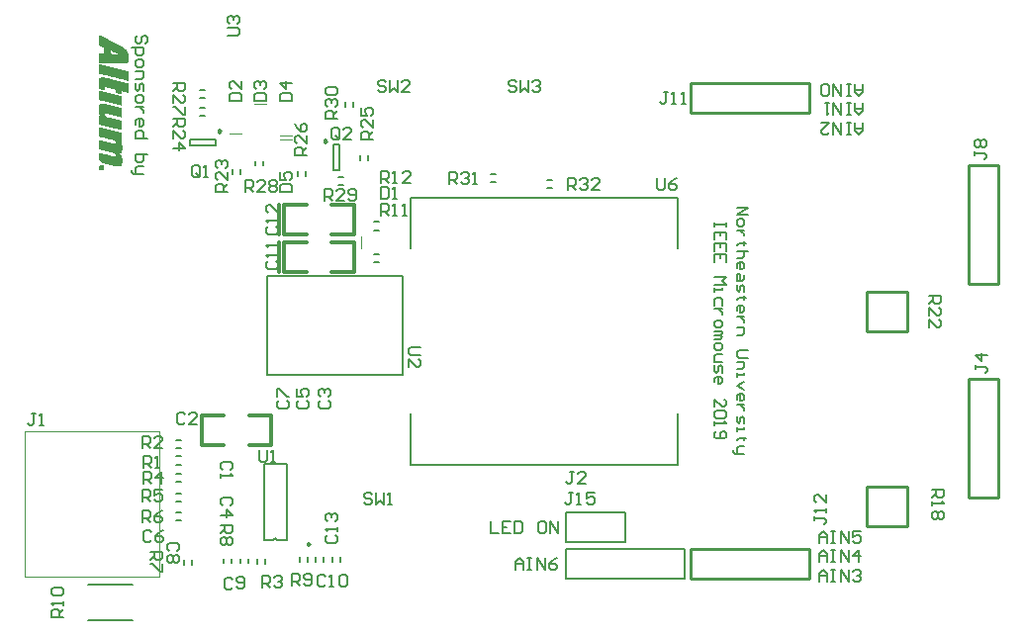
<source format=gto>
G04 Layer_Color=65535*
%FSLAX25Y25*%
%MOIN*%
G70*
G01*
G75*
%ADD25C,0.00787*%
%ADD44C,0.00984*%
%ADD45C,0.01000*%
%ADD46C,0.01200*%
%ADD47C,0.00394*%
%ADD48C,0.00300*%
%ADD49C,0.00700*%
%ADD50C,0.00060*%
%ADD51C,0.00675*%
D25*
X185116Y137031D02*
X184476Y137671D01*
X183837Y137031D01*
X172622Y129260D02*
Y130835D01*
X175378Y129260D02*
Y130835D01*
X198122Y129713D02*
Y131287D01*
X200878Y129713D02*
Y131287D01*
X206378Y129713D02*
Y131287D01*
X203622Y129713D02*
Y131287D01*
X282500Y146500D02*
X302500D01*
X282500Y136500D02*
Y146500D01*
Y136500D02*
X302500D01*
Y146500D01*
X322500Y124000D02*
Y134000D01*
X282500Y124000D02*
X322500D01*
X282500Y134000D02*
X322500D01*
X282500Y124000D02*
Y134000D01*
X155669Y270185D02*
X164331D01*
X155669Y272153D02*
X164331D01*
X155669Y270185D02*
Y272153D01*
X164331Y270185D02*
Y272153D01*
X205984Y261669D02*
Y270331D01*
X204016Y261669D02*
Y270331D01*
Y261669D02*
X205984D01*
X204016Y270331D02*
X205984D01*
X151213Y162555D02*
X152787D01*
X151213Y165311D02*
X152787D01*
X151213Y170878D02*
X152787D01*
X151213Y168122D02*
X152787D01*
X181012Y129213D02*
Y130787D01*
X178256Y129213D02*
Y130787D01*
X151213Y156622D02*
X152787D01*
X151213Y159378D02*
X152787D01*
X151213Y150122D02*
X152787D01*
X151213Y152878D02*
X152787D01*
X151213Y143622D02*
X152787D01*
X151213Y146378D02*
X152787D01*
X153575Y128715D02*
Y130290D01*
X156331Y128715D02*
Y130290D01*
X169878Y129260D02*
Y130835D01*
X167122Y129260D02*
Y130835D01*
X195378Y129713D02*
Y131287D01*
X192622Y129713D02*
Y131287D01*
X121520Y109898D02*
X136480D01*
X121520Y122102D02*
X136480D01*
X217713Y230622D02*
X219287D01*
X217713Y233378D02*
X219287D01*
X217713Y244260D02*
X219287D01*
X217713Y241504D02*
X219287D01*
X170122Y260500D02*
Y262075D01*
X172878Y260500D02*
Y262075D01*
X159213Y282878D02*
X160787D01*
X159213Y280122D02*
X160787D01*
X213122Y265213D02*
Y266787D01*
X215878Y265213D02*
Y266787D01*
X192122Y259713D02*
Y261287D01*
X194878Y259713D02*
Y261287D01*
X159213Y286122D02*
X160787D01*
X159213Y288878D02*
X160787D01*
X177617Y263260D02*
Y264835D01*
X180373Y263260D02*
Y264835D01*
X205713Y259378D02*
X207287D01*
X205713Y256622D02*
X207287D01*
X210878Y283213D02*
Y284787D01*
X208122Y283213D02*
Y284787D01*
X257213Y260378D02*
X258787D01*
X257213Y257622D02*
X258787D01*
X276213Y255622D02*
X277787D01*
X276213Y258378D02*
X277787D01*
X185116Y137031D02*
X188276D01*
X180677D02*
X183837D01*
X180677D02*
Y162622D01*
X188276D01*
Y137031D02*
Y162622D01*
X230000Y252500D02*
X320000D01*
X230000Y162500D02*
X320000D01*
X230000D02*
Y179626D01*
Y235374D02*
Y252500D01*
X320000Y235374D02*
Y252500D01*
Y162500D02*
Y179626D01*
D44*
X166004Y274909D02*
X165266Y275336D01*
Y274483D01*
X166004Y274909D01*
X201752Y271512D02*
X201014Y271938D01*
Y271086D01*
X201752Y271512D01*
D45*
X196009Y135716D02*
X195260Y136149D01*
Y135284D01*
X196009Y135716D01*
X397244Y141807D02*
Y155193D01*
X383858Y141807D02*
X397244D01*
X383858D02*
Y155193D01*
X397244D01*
X417906Y151547D02*
X427906D01*
Y191547D01*
X417906D02*
X427906D01*
X417906Y151547D02*
Y191547D01*
Y223500D02*
X427906D01*
Y263500D01*
X417906D02*
X427906D01*
X417906Y223500D02*
Y263500D01*
X324500Y280906D02*
X364500D01*
X324500D02*
Y290905D01*
X364500D01*
Y280906D02*
Y290905D01*
X324500Y134095D02*
X364500D01*
Y124094D02*
Y134095D01*
X324500Y124094D02*
X364500D01*
X324500D02*
Y134095D01*
X397244Y207307D02*
Y220693D01*
X383858Y207307D02*
X397244D01*
X383858D02*
Y220693D01*
X397244D01*
D46*
X159598Y179000D02*
X167098D01*
X159598Y169000D02*
X167098D01*
X175598D02*
X183098D01*
X175598Y179000D02*
X183098D01*
X159598Y169000D02*
Y179000D01*
X183098Y169000D02*
Y179000D01*
X187500Y237500D02*
X195000D01*
X187500Y227500D02*
X195000D01*
X203500D02*
X211000D01*
X203500Y237500D02*
X211000D01*
X187500Y227500D02*
Y237500D01*
X211000Y227500D02*
Y237500D01*
X185700Y227500D02*
Y237500D01*
X187500Y250059D02*
X195000D01*
X187500Y240059D02*
X195000D01*
X203500D02*
X211000D01*
X203500Y250059D02*
X211000D01*
X187500Y240059D02*
Y250059D01*
X211000Y240059D02*
Y250059D01*
X185700Y240059D02*
Y250059D01*
D47*
X213498Y235428D02*
Y239424D01*
X177428Y284014D02*
X181424D01*
X169076Y273998D02*
X173072D01*
X186076Y273498D02*
X190072D01*
X185928Y272002D02*
X189924D01*
D48*
X145354Y124657D02*
Y173870D01*
X100079Y124657D02*
X145354D01*
X100079D02*
Y173870D01*
X145354D01*
D49*
X181665Y226091D02*
X227335D01*
X181665Y192626D02*
Y226091D01*
Y192626D02*
X227335D01*
Y226091D01*
X367700Y136157D02*
Y138823D01*
X369033Y140156D01*
X370366Y138823D01*
Y136157D01*
Y138156D01*
X367700D01*
X371699Y140156D02*
X373032D01*
X372365D01*
Y136157D01*
X371699D01*
X373032D01*
X375031D02*
Y140156D01*
X377697Y136157D01*
Y140156D01*
X381696D02*
X379030D01*
Y138156D01*
X380363Y138823D01*
X381029D01*
X381696Y138156D01*
Y136823D01*
X381029Y136157D01*
X379696D01*
X379030Y136823D01*
X367700Y129678D02*
Y132344D01*
X369033Y133677D01*
X370366Y132344D01*
Y129678D01*
Y131678D01*
X367700D01*
X371699Y133677D02*
X373032D01*
X372365D01*
Y129678D01*
X371699D01*
X373032D01*
X375031D02*
Y133677D01*
X377697Y129678D01*
Y133677D01*
X381029Y129678D02*
Y133677D01*
X379030Y131678D01*
X381696D01*
X367700Y123200D02*
Y125866D01*
X369033Y127199D01*
X370366Y125866D01*
Y123200D01*
Y125199D01*
X367700D01*
X371699Y127199D02*
X373032D01*
X372365D01*
Y123200D01*
X371699D01*
X373032D01*
X375031D02*
Y127199D01*
X377697Y123200D01*
Y127199D01*
X379030Y126532D02*
X379696Y127199D01*
X381029D01*
X381696Y126532D01*
Y125866D01*
X381029Y125199D01*
X380363D01*
X381029D01*
X381696Y124533D01*
Y123866D01*
X381029Y123200D01*
X379696D01*
X379030Y123866D01*
X382300Y277843D02*
Y275177D01*
X380967Y273844D01*
X379634Y275177D01*
Y277843D01*
Y275844D01*
X382300D01*
X378301Y273844D02*
X376968D01*
X377635D01*
Y277843D01*
X378301D01*
X376968D01*
X374969D02*
Y273844D01*
X372303Y277843D01*
Y273844D01*
X368304Y277843D02*
X370970D01*
X368304Y275177D01*
Y274511D01*
X368971Y273844D01*
X370304D01*
X370970Y274511D01*
X382300Y284321D02*
Y281656D01*
X380967Y280323D01*
X379634Y281656D01*
Y284321D01*
Y282322D01*
X382300D01*
X378301Y280323D02*
X376968D01*
X377635D01*
Y284321D01*
X378301D01*
X376968D01*
X374969D02*
Y280323D01*
X372303Y284321D01*
Y280323D01*
X370970Y284321D02*
X369637D01*
X370304D01*
Y280323D01*
X370970Y280989D01*
X382300Y290800D02*
Y288134D01*
X380967Y286801D01*
X379634Y288134D01*
Y290800D01*
Y288801D01*
X382300D01*
X378301Y286801D02*
X376968D01*
X377635D01*
Y290800D01*
X378301D01*
X376968D01*
X374969D02*
Y286801D01*
X372303Y290800D01*
Y286801D01*
X370970Y287468D02*
X370304Y286801D01*
X368971D01*
X368304Y287468D01*
Y290134D01*
X368971Y290800D01*
X370304D01*
X370970Y290134D01*
Y287468D01*
X169332Y160834D02*
X169999Y161501D01*
Y162833D01*
X169332Y163500D01*
X166666D01*
X166000Y162833D01*
Y161501D01*
X166666Y160834D01*
X166000Y159501D02*
Y158168D01*
Y158835D01*
X169999D01*
X169332Y159501D01*
X154166Y179332D02*
X153499Y179999D01*
X152166D01*
X151500Y179332D01*
Y176666D01*
X152166Y176000D01*
X153499D01*
X154166Y176666D01*
X158165Y176000D02*
X155499D01*
X158165Y178666D01*
Y179332D01*
X157498Y179999D01*
X156165D01*
X155499Y179332D01*
X199664Y184016D02*
X199001Y183347D01*
X199007Y182014D01*
X199677Y181350D01*
X202343Y181363D01*
X203006Y182033D01*
X202999Y183365D01*
X202330Y184029D01*
X199658Y185349D02*
X198988Y186012D01*
X198982Y187345D01*
X199645Y188015D01*
X200312Y188018D01*
X200981Y187355D01*
X200984Y186688D01*
X200981Y187355D01*
X201644Y188024D01*
X202311Y188027D01*
X202981Y187364D01*
X202987Y186031D01*
X202324Y185362D01*
X169332Y148834D02*
X169999Y149501D01*
Y150833D01*
X169332Y151500D01*
X166666D01*
X166000Y150833D01*
Y149501D01*
X166666Y148834D01*
X166000Y145502D02*
X169999D01*
X167999Y147501D01*
Y144835D01*
X192522Y184032D02*
X191856Y183365D01*
Y182033D01*
X192522Y181366D01*
X195188D01*
X195854Y182033D01*
Y183365D01*
X195188Y184032D01*
X191856Y188031D02*
Y185365D01*
X193855D01*
X193189Y186698D01*
Y187364D01*
X193855Y188031D01*
X195188D01*
X195854Y187364D01*
Y186031D01*
X195188Y185365D01*
X142666Y139832D02*
X141999Y140499D01*
X140666D01*
X140000Y139832D01*
Y137167D01*
X140666Y136500D01*
X141999D01*
X142666Y137167D01*
X146665Y140499D02*
X145332Y139832D01*
X143999Y138499D01*
Y137167D01*
X144665Y136500D01*
X145998D01*
X146665Y137167D01*
Y137833D01*
X145998Y138499D01*
X143999D01*
X185690Y183973D02*
X185035Y183294D01*
X185059Y181962D01*
X185737Y181307D01*
X188402Y181354D01*
X189057Y182033D01*
X189033Y183365D01*
X188355Y184020D01*
X185000Y185293D02*
X184953Y187959D01*
X185619Y187971D01*
X188332Y185352D01*
X188998Y185364D01*
X151332Y133287D02*
X151999Y133953D01*
Y135286D01*
X151332Y135953D01*
X148667D01*
X148000Y135286D01*
Y133953D01*
X148667Y133287D01*
X151332Y131954D02*
X151999Y131288D01*
Y129955D01*
X151332Y129288D01*
X150666D01*
X149999Y129955D01*
X149333Y129288D01*
X148667D01*
X148000Y129955D01*
Y131288D01*
X148667Y131954D01*
X149333D01*
X149999Y131288D01*
X150666Y131954D01*
X151332D01*
X149999Y131288D02*
Y129955D01*
X169908Y123879D02*
X169236Y124540D01*
X167903Y124528D01*
X167242Y123856D01*
X167265Y121191D01*
X167937Y120530D01*
X169270Y120541D01*
X169931Y121213D01*
X171264Y121225D02*
X171936Y120564D01*
X173269Y120576D01*
X173930Y121248D01*
X173907Y123914D01*
X173234Y124574D01*
X171902Y124563D01*
X171241Y123891D01*
X171247Y123224D01*
X171919Y122564D01*
X173918Y122581D01*
X201375Y124832D02*
X200708Y125499D01*
X199375D01*
X198709Y124832D01*
Y122167D01*
X199375Y121500D01*
X200708D01*
X201375Y122167D01*
X202708Y121500D02*
X204041D01*
X203374D01*
Y125499D01*
X202708Y124832D01*
X206040D02*
X206706Y125499D01*
X208039D01*
X208706Y124832D01*
Y122167D01*
X208039Y121500D01*
X206706D01*
X206040Y122167D01*
Y124832D01*
X182168Y231166D02*
X181501Y230499D01*
Y229166D01*
X182168Y228500D01*
X184834D01*
X185500Y229166D01*
Y230499D01*
X184834Y231166D01*
X185500Y232499D02*
Y233832D01*
Y233165D01*
X181501D01*
X182168Y232499D01*
X185500Y235831D02*
Y237164D01*
Y236497D01*
X181501D01*
X182168Y235831D01*
Y242666D02*
X181501Y241999D01*
Y240666D01*
X182168Y240000D01*
X184834D01*
X185500Y240666D01*
Y241999D01*
X184834Y242666D01*
X185500Y243999D02*
Y245332D01*
Y244665D01*
X181501D01*
X182168Y243999D01*
X185500Y249997D02*
Y247331D01*
X182834Y249997D01*
X182168D01*
X181501Y249330D01*
Y247997D01*
X182168Y247331D01*
X202093Y138666D02*
X201427Y137999D01*
Y136667D01*
X202093Y136000D01*
X204759D01*
X205425Y136667D01*
Y137999D01*
X204759Y138666D01*
X205425Y139999D02*
Y141332D01*
Y140665D01*
X201427D01*
X202093Y139999D01*
Y143331D02*
X201427Y143997D01*
Y145330D01*
X202093Y145997D01*
X202759D01*
X203426Y145330D01*
Y144664D01*
Y145330D01*
X204092Y145997D01*
X204759D01*
X205425Y145330D01*
Y143997D01*
X204759Y143331D01*
X220000Y255999D02*
Y252000D01*
X221999D01*
X222666Y252666D01*
Y255332D01*
X221999Y255999D01*
X220000D01*
X223999Y252000D02*
X225332D01*
X224665D01*
Y255999D01*
X223999Y255332D01*
X169001Y285000D02*
X173000D01*
Y286999D01*
X172334Y287666D01*
X169668D01*
X169001Y286999D01*
Y285000D01*
X173000Y291665D02*
Y288999D01*
X170334Y291665D01*
X169668D01*
X169001Y290998D01*
Y289665D01*
X169668Y288999D01*
X177501Y285000D02*
X181500D01*
Y286999D01*
X180833Y287666D01*
X178168D01*
X177501Y286999D01*
Y285000D01*
X178168Y288999D02*
X177501Y289665D01*
Y290998D01*
X178168Y291665D01*
X178834D01*
X179501Y290998D01*
Y290332D01*
Y290998D01*
X180167Y291665D01*
X180833D01*
X181500Y290998D01*
Y289665D01*
X180833Y288999D01*
X186001Y285000D02*
X190000D01*
Y286999D01*
X189333Y287666D01*
X186668D01*
X186001Y286999D01*
Y285000D01*
X190000Y290998D02*
X186001D01*
X188001Y288999D01*
Y291665D01*
X185925Y254248D02*
X189924D01*
Y256247D01*
X189257Y256914D01*
X186591D01*
X185925Y256247D01*
Y254248D01*
Y260912D02*
Y258247D01*
X187924D01*
X187258Y259580D01*
Y260246D01*
X187924Y260912D01*
X189257D01*
X189924Y260246D01*
Y258913D01*
X189257Y258247D01*
X103666Y179719D02*
X102333D01*
X102999D01*
Y176387D01*
X102333Y175720D01*
X101666D01*
X101000Y176387D01*
X104999Y175720D02*
X106332D01*
X105665D01*
Y179719D01*
X104999Y179053D01*
X285166Y159999D02*
X283833D01*
X284499D01*
Y156667D01*
X283833Y156000D01*
X283166D01*
X282500Y156667D01*
X289164Y156000D02*
X286499D01*
X289164Y158666D01*
Y159332D01*
X288498Y159999D01*
X287165D01*
X286499Y159332D01*
X420501Y196166D02*
Y194833D01*
Y195499D01*
X423834D01*
X424500Y194833D01*
Y194167D01*
X423834Y193500D01*
X424500Y199498D02*
X420501D01*
X422501Y197499D01*
Y200165D01*
X420001Y268166D02*
Y266833D01*
Y267499D01*
X423334D01*
X424000Y266833D01*
Y266166D01*
X423334Y265500D01*
X420668Y269499D02*
X420001Y270165D01*
Y271498D01*
X420668Y272165D01*
X421334D01*
X422001Y271498D01*
X422667Y272165D01*
X423334D01*
X424000Y271498D01*
Y270165D01*
X423334Y269499D01*
X422667D01*
X422001Y270165D01*
X421334Y269499D01*
X420668D01*
X422001Y270165D02*
Y271498D01*
X159166Y260166D02*
Y262832D01*
X158499Y263499D01*
X157167D01*
X156500Y262832D01*
Y260166D01*
X157167Y259500D01*
X158499D01*
X157833Y260833D02*
X159166Y259500D01*
X158499D02*
X159166Y260166D01*
X160499Y259500D02*
X161832D01*
X161165D01*
Y263499D01*
X160499Y262832D01*
X206166Y272666D02*
Y275332D01*
X205499Y275999D01*
X204167D01*
X203500Y275332D01*
Y272666D01*
X204167Y272000D01*
X205499D01*
X204833Y273333D02*
X206166Y272000D01*
X205499D02*
X206166Y272666D01*
X210164Y272000D02*
X207499D01*
X210164Y274666D01*
Y275332D01*
X209498Y275999D01*
X208165D01*
X207499Y275332D01*
X140000Y161500D02*
Y165499D01*
X141999D01*
X142666Y164832D01*
Y163499D01*
X141999Y162833D01*
X140000D01*
X141333D02*
X142666Y161500D01*
X143999D02*
X145332D01*
X144665D01*
Y165499D01*
X143999Y164832D01*
X139713Y168000D02*
Y171999D01*
X141712D01*
X142378Y171332D01*
Y169999D01*
X141712Y169333D01*
X139713D01*
X141045D02*
X142378Y168000D01*
X146377D02*
X143711D01*
X146377Y170666D01*
Y171332D01*
X145711Y171999D01*
X144378D01*
X143711Y171332D01*
X179958Y121000D02*
Y124999D01*
X181957D01*
X182624Y124332D01*
Y122999D01*
X181957Y122333D01*
X179958D01*
X181291D02*
X182624Y121000D01*
X183957Y124332D02*
X184623Y124999D01*
X185956D01*
X186622Y124332D01*
Y123666D01*
X185956Y122999D01*
X185290D01*
X185956D01*
X186622Y122333D01*
Y121667D01*
X185956Y121000D01*
X184623D01*
X183957Y121667D01*
X140000Y156000D02*
Y159999D01*
X141999D01*
X142666Y159332D01*
Y157999D01*
X141999Y157333D01*
X140000D01*
X141333D02*
X142666Y156000D01*
X145998D02*
Y159999D01*
X143999Y157999D01*
X146665D01*
X139713Y150000D02*
Y153999D01*
X141712D01*
X142378Y153332D01*
Y151999D01*
X141712Y151333D01*
X139713D01*
X141045D02*
X142378Y150000D01*
X146377Y153999D02*
X143711D01*
Y151999D01*
X145044Y152666D01*
X145711D01*
X146377Y151999D01*
Y150666D01*
X145711Y150000D01*
X144378D01*
X143711Y150666D01*
X139713Y143000D02*
Y146999D01*
X141712D01*
X142378Y146332D01*
Y144999D01*
X141712Y144333D01*
X139713D01*
X141045D02*
X142378Y143000D01*
X146377Y146999D02*
X145044Y146332D01*
X143711Y144999D01*
Y143667D01*
X144378Y143000D01*
X145711D01*
X146377Y143667D01*
Y144333D01*
X145711Y144999D01*
X143711D01*
X142500Y133000D02*
X146499D01*
Y131001D01*
X145832Y130334D01*
X144499D01*
X143833Y131001D01*
Y133000D01*
Y131667D02*
X142500Y130334D01*
X146499Y129001D02*
Y126336D01*
X145832D01*
X143166Y129001D01*
X142500D01*
X166000Y142000D02*
X169999D01*
Y140001D01*
X169332Y139334D01*
X167999D01*
X167333Y140001D01*
Y142000D01*
Y140667D02*
X166000Y139334D01*
X169332Y138001D02*
X169999Y137335D01*
Y136002D01*
X169332Y135336D01*
X168666D01*
X167999Y136002D01*
X167333Y135336D01*
X166666D01*
X166000Y136002D01*
Y137335D01*
X166666Y138001D01*
X167333D01*
X167999Y137335D01*
X168666Y138001D01*
X169332D01*
X167999Y137335D02*
Y136002D01*
X189958Y121589D02*
Y125587D01*
X191957D01*
X192624Y124921D01*
Y123588D01*
X191957Y122922D01*
X189958D01*
X191291D02*
X192624Y121589D01*
X193957Y122255D02*
X194623Y121589D01*
X195956D01*
X196623Y122255D01*
Y124921D01*
X195956Y125587D01*
X194623D01*
X193957Y124921D01*
Y124255D01*
X194623Y123588D01*
X196623D01*
X220000Y246500D02*
Y250499D01*
X221999D01*
X222666Y249832D01*
Y248499D01*
X221999Y247833D01*
X220000D01*
X221333D02*
X222666Y246500D01*
X223999D02*
X225332D01*
X224665D01*
Y250499D01*
X223999Y249832D01*
X227331Y246500D02*
X228664D01*
X227997D01*
Y250499D01*
X227331Y249832D01*
X220000Y257500D02*
Y261499D01*
X221999D01*
X222666Y260832D01*
Y259499D01*
X221999Y258833D01*
X220000D01*
X221333D02*
X222666Y257500D01*
X223999D02*
X225332D01*
X224665D01*
Y261499D01*
X223999Y260832D01*
X229997Y257500D02*
X227331D01*
X229997Y260166D01*
Y260832D01*
X229330Y261499D01*
X227997D01*
X227331Y260832D01*
X405551Y154000D02*
X409550D01*
Y152001D01*
X408883Y151334D01*
X407550D01*
X406884Y152001D01*
Y154000D01*
Y152667D02*
X405551Y151334D01*
Y150001D02*
Y148668D01*
Y149335D01*
X409550D01*
X408883Y150001D01*
Y146669D02*
X409550Y146003D01*
Y144670D01*
X408883Y144003D01*
X408217D01*
X407550Y144670D01*
X406884Y144003D01*
X406218D01*
X405551Y144670D01*
Y146003D01*
X406218Y146669D01*
X406884D01*
X407550Y146003D01*
X408217Y146669D01*
X408883D01*
X407550Y146003D02*
Y144670D01*
X168500Y254500D02*
X164501D01*
Y256499D01*
X165168Y257166D01*
X166501D01*
X167167Y256499D01*
Y254500D01*
Y255833D02*
X168500Y257166D01*
Y261164D02*
Y258499D01*
X165834Y261164D01*
X165168D01*
X164501Y260498D01*
Y259165D01*
X165168Y258499D01*
Y262497D02*
X164501Y263164D01*
Y264497D01*
X165168Y265163D01*
X165834D01*
X166501Y264497D01*
Y263830D01*
Y264497D01*
X167167Y265163D01*
X167833D01*
X168500Y264497D01*
Y263164D01*
X167833Y262497D01*
X150000Y279000D02*
X153999D01*
Y277001D01*
X153332Y276334D01*
X151999D01*
X151333Y277001D01*
Y279000D01*
Y277667D02*
X150000Y276334D01*
Y272336D02*
Y275001D01*
X152666Y272336D01*
X153332D01*
X153999Y273002D01*
Y274335D01*
X153332Y275001D01*
X150000Y269003D02*
X153999D01*
X151999Y271003D01*
Y268337D01*
X217350Y272000D02*
X213352D01*
Y273999D01*
X214018Y274666D01*
X215351D01*
X216018Y273999D01*
Y272000D01*
Y273333D02*
X217350Y274666D01*
Y278664D02*
Y275999D01*
X214685Y278664D01*
X214018D01*
X213352Y277998D01*
Y276665D01*
X214018Y275999D01*
X213352Y282663D02*
Y279997D01*
X215351D01*
X214685Y281330D01*
Y281997D01*
X215351Y282663D01*
X216684D01*
X217350Y281997D01*
Y280664D01*
X216684Y279997D01*
X195193Y266693D02*
X191194D01*
Y268692D01*
X191861Y269359D01*
X193193D01*
X193860Y268692D01*
Y266693D01*
Y268026D02*
X195193Y269359D01*
Y273357D02*
Y270692D01*
X192527Y273357D01*
X191861D01*
X191194Y272691D01*
Y271358D01*
X191861Y270692D01*
X191194Y277356D02*
X191861Y276023D01*
X193193Y274690D01*
X194526D01*
X195193Y275357D01*
Y276690D01*
X194526Y277356D01*
X193860D01*
X193193Y276690D01*
Y274690D01*
X150000Y291000D02*
X153999D01*
Y289001D01*
X153332Y288334D01*
X151999D01*
X151333Y289001D01*
Y291000D01*
Y289667D02*
X150000Y288334D01*
Y284335D02*
Y287001D01*
X152666Y284335D01*
X153332D01*
X153999Y285002D01*
Y286335D01*
X153332Y287001D01*
X153999Y283003D02*
Y280337D01*
X153332D01*
X150666Y283003D01*
X150000D01*
X174500Y254500D02*
Y258499D01*
X176499D01*
X177166Y257832D01*
Y256499D01*
X176499Y255833D01*
X174500D01*
X175833D02*
X177166Y254500D01*
X181165D02*
X178499D01*
X181165Y257166D01*
Y257832D01*
X180498Y258499D01*
X179165D01*
X178499Y257832D01*
X182497D02*
X183164Y258499D01*
X184497D01*
X185163Y257832D01*
Y257166D01*
X184497Y256499D01*
X185163Y255833D01*
Y255166D01*
X184497Y254500D01*
X183164D01*
X182497Y255166D01*
Y255833D01*
X183164Y256499D01*
X182497Y257166D01*
Y257832D01*
X183164Y256499D02*
X184497D01*
X201000Y251454D02*
Y255453D01*
X202999D01*
X203666Y254787D01*
Y253454D01*
X202999Y252787D01*
X201000D01*
X202333D02*
X203666Y251454D01*
X207664D02*
X204999D01*
X207664Y254120D01*
Y254787D01*
X206998Y255453D01*
X205665D01*
X204999Y254787D01*
X208997Y252121D02*
X209664Y251454D01*
X210997D01*
X211663Y252121D01*
Y254787D01*
X210997Y255453D01*
X209664D01*
X208997Y254787D01*
Y254120D01*
X209664Y253454D01*
X211663D01*
X205500Y279000D02*
X201501D01*
Y280999D01*
X202168Y281666D01*
X203501D01*
X204167Y280999D01*
Y279000D01*
Y280333D02*
X205500Y281666D01*
X202168Y282999D02*
X201501Y283665D01*
Y284998D01*
X202168Y285665D01*
X202834D01*
X203501Y284998D01*
Y284332D01*
Y284998D01*
X204167Y285665D01*
X204834D01*
X205500Y284998D01*
Y283665D01*
X204834Y282999D01*
X202168Y286997D02*
X201501Y287664D01*
Y288997D01*
X202168Y289663D01*
X204834D01*
X205500Y288997D01*
Y287664D01*
X204834Y286997D01*
X202168D01*
X243000Y257000D02*
Y260999D01*
X244999D01*
X245666Y260332D01*
Y258999D01*
X244999Y258333D01*
X243000D01*
X244333D02*
X245666Y257000D01*
X246999Y260332D02*
X247665Y260999D01*
X248998D01*
X249664Y260332D01*
Y259666D01*
X248998Y258999D01*
X248332D01*
X248998D01*
X249664Y258333D01*
Y257666D01*
X248998Y257000D01*
X247665D01*
X246999Y257666D01*
X250997Y257000D02*
X252330D01*
X251664D01*
Y260999D01*
X250997Y260332D01*
X283000Y255000D02*
Y258999D01*
X284999D01*
X285666Y258332D01*
Y256999D01*
X284999Y256333D01*
X283000D01*
X284333D02*
X285666Y255000D01*
X286999Y258332D02*
X287665Y258999D01*
X288998D01*
X289665Y258332D01*
Y257666D01*
X288998Y256999D01*
X288332D01*
X288998D01*
X289665Y256333D01*
Y255666D01*
X288998Y255000D01*
X287665D01*
X286999Y255666D01*
X293663Y255000D02*
X290997D01*
X293663Y257666D01*
Y258332D01*
X292997Y258999D01*
X291664D01*
X290997Y258332D01*
X217166Y152332D02*
X216499Y152999D01*
X215166D01*
X214500Y152332D01*
Y151666D01*
X215166Y150999D01*
X216499D01*
X217166Y150333D01*
Y149667D01*
X216499Y149000D01*
X215166D01*
X214500Y149667D01*
X218499Y152999D02*
Y149000D01*
X219832Y150333D01*
X221164Y149000D01*
Y152999D01*
X222497Y149000D02*
X223830D01*
X223164D01*
Y152999D01*
X222497Y152332D01*
X221815Y291332D02*
X221149Y291999D01*
X219816D01*
X219150Y291332D01*
Y290666D01*
X219816Y289999D01*
X221149D01*
X221815Y289333D01*
Y288666D01*
X221149Y288000D01*
X219816D01*
X219150Y288666D01*
X223148Y291999D02*
Y288000D01*
X224481Y289333D01*
X225814Y288000D01*
Y291999D01*
X229813Y288000D02*
X227147D01*
X229813Y290666D01*
Y291332D01*
X229146Y291999D01*
X227814D01*
X227147Y291332D01*
X265666D02*
X264999Y291999D01*
X263666D01*
X263000Y291332D01*
Y290666D01*
X263666Y289999D01*
X264999D01*
X265666Y289333D01*
Y288666D01*
X264999Y288000D01*
X263666D01*
X263000Y288666D01*
X266999Y291999D02*
Y288000D01*
X268332Y289333D01*
X269665Y288000D01*
Y291999D01*
X270997Y291332D02*
X271664Y291999D01*
X272997D01*
X273663Y291332D01*
Y290666D01*
X272997Y289999D01*
X272330D01*
X272997D01*
X273663Y289333D01*
Y288666D01*
X272997Y288000D01*
X271664D01*
X270997Y288666D01*
X179000Y167499D02*
Y164166D01*
X179666Y163500D01*
X180999D01*
X181666Y164166D01*
Y167499D01*
X182999Y163500D02*
X184332D01*
X183665D01*
Y167499D01*
X182999Y166832D01*
X233499Y202000D02*
X230166D01*
X229500Y201333D01*
Y200001D01*
X230166Y199334D01*
X233499D01*
X229500Y195335D02*
Y198001D01*
X232166Y195335D01*
X232832D01*
X233499Y196002D01*
Y197335D01*
X232832Y198001D01*
X168501Y307000D02*
X171834D01*
X172500Y307666D01*
Y308999D01*
X171834Y309666D01*
X168501D01*
X169168Y310999D02*
X168501Y311665D01*
Y312998D01*
X169168Y313665D01*
X169834D01*
X170501Y312998D01*
Y312332D01*
Y312998D01*
X171167Y313665D01*
X171834D01*
X172500Y312998D01*
Y311665D01*
X171834Y310999D01*
X113000Y111000D02*
X109001D01*
Y112999D01*
X109668Y113666D01*
X111001D01*
X111667Y112999D01*
Y111000D01*
Y112333D02*
X113000Y113666D01*
Y114999D02*
Y116332D01*
Y115665D01*
X109001D01*
X109668Y114999D01*
Y118331D02*
X109001Y118997D01*
Y120330D01*
X109668Y120997D01*
X112334D01*
X113000Y120330D01*
Y118997D01*
X112334Y118331D01*
X109668D01*
X313000Y258999D02*
Y255666D01*
X313666Y255000D01*
X314999D01*
X315666Y255666D01*
Y258999D01*
X319665D02*
X318332Y258332D01*
X316999Y256999D01*
Y255666D01*
X317665Y255000D01*
X318998D01*
X319665Y255666D01*
Y256333D01*
X318998Y256999D01*
X316999D01*
X316666Y287999D02*
X315333D01*
X315999D01*
Y284666D01*
X315333Y284000D01*
X314666D01*
X314000Y284666D01*
X317999Y284000D02*
X319332D01*
X318665D01*
Y287999D01*
X317999Y287332D01*
X321331Y284000D02*
X322664D01*
X321997D01*
Y287999D01*
X321331Y287332D01*
X366001Y145166D02*
Y143833D01*
Y144499D01*
X369334D01*
X370000Y143833D01*
Y143166D01*
X369334Y142500D01*
X370000Y146499D02*
Y147832D01*
Y147165D01*
X366001D01*
X366668Y146499D01*
X370000Y152497D02*
Y149831D01*
X367334Y152497D01*
X366668D01*
X366001Y151830D01*
Y150497D01*
X366668Y149831D01*
X284666Y152999D02*
X283333D01*
X283999D01*
Y149667D01*
X283333Y149000D01*
X282666D01*
X282000Y149667D01*
X285999Y149000D02*
X287332D01*
X286665D01*
Y152999D01*
X285999Y152332D01*
X291997Y152999D02*
X289331D01*
Y150999D01*
X290664Y151666D01*
X291330D01*
X291997Y150999D01*
Y149667D01*
X291330Y149000D01*
X289997D01*
X289331Y149667D01*
X404575Y219500D02*
X408573D01*
Y217501D01*
X407907Y216834D01*
X406574D01*
X405908Y217501D01*
Y219500D01*
Y218167D02*
X404575Y216834D01*
Y212836D02*
Y215501D01*
X407241Y212836D01*
X407907D01*
X408573Y213502D01*
Y214835D01*
X407907Y215501D01*
X404575Y208837D02*
Y211503D01*
X407241Y208837D01*
X407907D01*
X408573Y209503D01*
Y210836D01*
X407907Y211503D01*
X140652Y304304D02*
X141319Y304971D01*
Y306304D01*
X140652Y306970D01*
X139986D01*
X139319Y306304D01*
Y304971D01*
X138653Y304304D01*
X137986D01*
X137320Y304971D01*
Y306304D01*
X137986Y306970D01*
X135987Y302971D02*
X139986D01*
Y300972D01*
X139319Y300306D01*
X137986D01*
X137320Y300972D01*
Y302971D01*
Y298306D02*
Y296973D01*
X137986Y296307D01*
X139319D01*
X139986Y296973D01*
Y298306D01*
X139319Y298973D01*
X137986D01*
X137320Y298306D01*
Y294974D02*
X139986D01*
Y292974D01*
X139319Y292308D01*
X137320D01*
Y290975D02*
Y288976D01*
X137986Y288309D01*
X138653Y288976D01*
Y290309D01*
X139319Y290975D01*
X139986Y290309D01*
Y288309D01*
X137320Y286310D02*
Y284977D01*
X137986Y284311D01*
X139319D01*
X139986Y284977D01*
Y286310D01*
X139319Y286977D01*
X137986D01*
X137320Y286310D01*
X139986Y282978D02*
X137320D01*
X138653D01*
X139319Y282311D01*
X139986Y281645D01*
Y280978D01*
X137320Y276980D02*
Y278313D01*
X137986Y278979D01*
X139319D01*
X139986Y278313D01*
Y276980D01*
X139319Y276313D01*
X138653D01*
Y278979D01*
X141319Y272315D02*
X137320D01*
Y274314D01*
X137986Y274980D01*
X139319D01*
X139986Y274314D01*
Y272315D01*
X141319Y266983D02*
X137320D01*
Y264984D01*
X137986Y264317D01*
X138653D01*
X139319D01*
X139986Y264984D01*
Y266983D01*
Y262984D02*
X137986D01*
X137320Y262318D01*
Y260318D01*
X136653D01*
X135987Y260985D01*
Y261651D01*
X137320Y260318D02*
X139986D01*
X257000Y143499D02*
Y139500D01*
X259666D01*
X263665Y143499D02*
X260999D01*
Y139500D01*
X263665D01*
X260999Y141499D02*
X262332D01*
X264997Y143499D02*
Y139500D01*
X266997D01*
X267663Y140166D01*
Y142832D01*
X266997Y143499D01*
X264997D01*
X274994D02*
X273661D01*
X272995Y142832D01*
Y140166D01*
X273661Y139500D01*
X274994D01*
X275661Y140166D01*
Y142832D01*
X274994Y143499D01*
X276994Y139500D02*
Y143499D01*
X279659Y139500D01*
Y143499D01*
X265500Y127142D02*
Y129807D01*
X266833Y131140D01*
X268166Y129807D01*
Y127142D01*
Y129141D01*
X265500D01*
X269499Y131140D02*
X270832D01*
X270165D01*
Y127142D01*
X269499D01*
X270832D01*
X272831D02*
Y131140D01*
X275497Y127142D01*
Y131140D01*
X279496D02*
X278163Y130474D01*
X276830Y129141D01*
Y127808D01*
X277496Y127142D01*
X278829D01*
X279496Y127808D01*
Y128475D01*
X278829Y129141D01*
X276830D01*
D50*
X124900Y281650D02*
Y282970D01*
X124960Y281350D02*
Y283210D01*
Y290410D02*
Y291490D01*
X125020Y277450D02*
Y280150D01*
Y281170D02*
Y283390D01*
Y289450D02*
Y292030D01*
X125080Y262330D02*
Y262930D01*
Y265810D02*
Y267490D01*
Y269050D02*
Y271810D01*
Y273310D02*
Y276130D01*
Y277390D02*
Y280210D01*
Y280990D02*
Y283510D01*
Y285670D02*
Y288490D01*
Y289390D02*
Y292270D01*
Y294550D02*
Y297370D01*
Y297910D02*
Y301090D01*
Y304030D02*
Y307210D01*
X125140Y262210D02*
Y263050D01*
Y265570D02*
Y267490D01*
Y268990D02*
Y271810D01*
Y273310D02*
Y276130D01*
Y277390D02*
Y280150D01*
Y280870D02*
Y283630D01*
Y285670D02*
Y288430D01*
Y289390D02*
Y292450D01*
Y294550D02*
Y297370D01*
Y297910D02*
Y301090D01*
Y303970D02*
Y307210D01*
X125200Y262150D02*
Y263170D01*
Y265450D02*
Y267490D01*
Y268990D02*
Y271810D01*
Y273310D02*
Y276070D01*
Y277390D02*
Y280150D01*
Y280750D02*
Y283690D01*
Y285610D02*
Y288430D01*
Y289390D02*
Y292570D01*
Y294550D02*
Y297310D01*
Y297910D02*
Y301090D01*
Y303970D02*
Y307150D01*
X125260Y262090D02*
Y262510D01*
Y262810D02*
Y263230D01*
Y265330D02*
Y267430D01*
Y268990D02*
Y271750D01*
Y273250D02*
Y276070D01*
Y277330D02*
Y280150D01*
Y280690D02*
Y283750D01*
Y285610D02*
Y288430D01*
Y289330D02*
Y292690D01*
Y294550D02*
Y297310D01*
Y297910D02*
Y301090D01*
Y303970D02*
Y307150D01*
X125320Y262030D02*
Y262390D01*
Y262930D02*
Y263290D01*
Y265210D02*
Y267430D01*
Y268990D02*
Y271750D01*
Y273250D02*
Y276070D01*
Y277330D02*
Y280150D01*
Y280570D02*
Y283810D01*
Y285610D02*
Y288430D01*
Y289330D02*
Y292750D01*
Y294490D02*
Y297310D01*
Y297910D02*
Y301090D01*
Y303910D02*
Y307090D01*
X125380Y261970D02*
Y262330D01*
Y262990D02*
Y263290D01*
Y265090D02*
Y267430D01*
Y268930D02*
Y271750D01*
Y273250D02*
Y276070D01*
Y277330D02*
Y280090D01*
Y280510D02*
Y283870D01*
Y285610D02*
Y288370D01*
Y289330D02*
Y292810D01*
Y294490D02*
Y297310D01*
Y297910D02*
Y301090D01*
Y303910D02*
Y307090D01*
X125440Y261970D02*
Y262510D01*
Y262750D02*
Y262990D01*
Y263050D02*
Y263350D01*
Y265030D02*
Y267430D01*
Y268930D02*
Y271750D01*
Y273250D02*
Y276010D01*
Y277330D02*
Y280090D01*
Y280390D02*
Y283930D01*
Y285610D02*
Y288370D01*
Y289330D02*
Y292870D01*
Y294490D02*
Y297250D01*
Y297910D02*
Y301090D01*
Y303850D02*
Y307030D01*
X125500Y261910D02*
Y262210D01*
Y262270D02*
Y262570D01*
Y262750D02*
Y262990D01*
Y263110D02*
Y263350D01*
Y264970D02*
Y267370D01*
Y268930D02*
Y271690D01*
Y273190D02*
Y276010D01*
Y277270D02*
Y280090D01*
Y280330D02*
Y283990D01*
Y285550D02*
Y288370D01*
Y289270D02*
Y292870D01*
Y294490D02*
Y297250D01*
Y297910D02*
Y301090D01*
Y303850D02*
Y307030D01*
X125560Y261910D02*
Y262150D01*
Y262330D02*
Y262570D01*
Y262750D02*
Y262990D01*
Y263110D02*
Y263410D01*
Y264910D02*
Y267370D01*
Y268930D02*
Y271690D01*
Y273190D02*
Y276010D01*
Y277270D02*
Y280090D01*
Y280270D02*
Y283990D01*
Y285550D02*
Y288370D01*
Y289270D02*
Y292930D01*
Y294430D02*
Y297250D01*
Y297910D02*
Y301090D01*
Y303790D02*
Y306970D01*
X125620Y261910D02*
Y262150D01*
Y262330D02*
Y262570D01*
Y262750D02*
Y262990D01*
Y263170D02*
Y263410D01*
Y264850D02*
Y267370D01*
Y268870D02*
Y271690D01*
Y273190D02*
Y276010D01*
Y277270D02*
Y280030D01*
Y280210D02*
Y284050D01*
Y285550D02*
Y288310D01*
Y289270D02*
Y292930D01*
Y294430D02*
Y297250D01*
Y297910D02*
Y301090D01*
Y303790D02*
Y306970D01*
X125680Y261910D02*
Y262150D01*
Y262330D02*
Y262990D01*
Y263170D02*
Y263410D01*
Y264790D02*
Y267370D01*
Y268870D02*
Y271690D01*
Y273190D02*
Y275950D01*
Y277270D02*
Y280030D01*
Y280150D02*
Y284050D01*
Y285550D02*
Y288310D01*
Y289270D02*
Y292990D01*
Y294430D02*
Y297190D01*
Y297910D02*
Y301090D01*
Y303730D02*
Y306910D01*
X125740Y261910D02*
Y262150D01*
Y262390D02*
Y262990D01*
Y263170D02*
Y263410D01*
Y264730D02*
Y267310D01*
Y268870D02*
Y271630D01*
Y273130D02*
Y275950D01*
Y277210D02*
Y280030D01*
Y280090D02*
Y284050D01*
Y285490D02*
Y288310D01*
Y289210D02*
Y292990D01*
Y294430D02*
Y297190D01*
Y297910D02*
Y301090D01*
Y303730D02*
Y306910D01*
X125800Y261910D02*
Y262150D01*
Y262390D02*
Y262990D01*
Y263170D02*
Y263410D01*
Y264670D02*
Y267310D01*
Y268870D02*
Y271630D01*
Y273130D02*
Y275950D01*
Y277210D02*
Y284110D01*
Y285490D02*
Y288310D01*
Y289210D02*
Y292990D01*
Y294370D02*
Y297190D01*
Y297910D02*
Y301030D01*
Y303730D02*
Y306850D01*
X125860Y261910D02*
Y262150D01*
Y262330D02*
Y262630D01*
Y262750D02*
Y262990D01*
Y263170D02*
Y263410D01*
Y264610D02*
Y267310D01*
Y268810D02*
Y271630D01*
Y273130D02*
Y275950D01*
Y277210D02*
Y284110D01*
Y285490D02*
Y288250D01*
Y289210D02*
Y292990D01*
Y294370D02*
Y297190D01*
Y297910D02*
Y301030D01*
Y303670D02*
Y306790D01*
X125920Y261910D02*
Y262150D01*
Y262330D02*
Y262570D01*
Y262750D02*
Y262990D01*
Y263170D02*
Y263410D01*
Y264610D02*
Y267310D01*
Y268810D02*
Y271630D01*
Y273130D02*
Y275890D01*
Y277210D02*
Y284110D01*
Y285490D02*
Y288250D01*
Y289210D02*
Y292990D01*
Y294370D02*
Y297130D01*
Y297910D02*
Y301030D01*
Y303670D02*
Y306790D01*
X125980Y261910D02*
Y262150D01*
Y262330D02*
Y262570D01*
Y262750D02*
Y262990D01*
Y263170D02*
Y263410D01*
Y264550D02*
Y267250D01*
Y268810D02*
Y271570D01*
Y273070D02*
Y275890D01*
Y277150D02*
Y284110D01*
Y285430D02*
Y288250D01*
Y289150D02*
Y292990D01*
Y294370D02*
Y297130D01*
Y297910D02*
Y301030D01*
Y303610D02*
Y306730D01*
X126040Y261910D02*
Y262210D01*
Y262330D02*
Y262990D01*
Y263110D02*
Y263410D01*
Y264490D02*
Y267250D01*
Y268810D02*
Y271570D01*
Y273070D02*
Y275890D01*
Y277150D02*
Y284110D01*
Y285430D02*
Y288250D01*
Y289150D02*
Y292990D01*
Y294310D02*
Y297130D01*
Y297910D02*
Y301030D01*
Y303610D02*
Y306730D01*
X126100Y261970D02*
Y262210D01*
Y262330D02*
Y262990D01*
Y263110D02*
Y263350D01*
Y264490D02*
Y267250D01*
Y268750D02*
Y271570D01*
Y273070D02*
Y275890D01*
Y277150D02*
Y284110D01*
Y285430D02*
Y288190D01*
Y289150D02*
Y292990D01*
Y294310D02*
Y297130D01*
Y297910D02*
Y301030D01*
Y303550D02*
Y306670D01*
X126160Y261970D02*
Y262270D01*
Y262450D02*
Y262990D01*
Y263050D02*
Y263350D01*
Y264430D02*
Y267250D01*
Y268750D02*
Y271570D01*
Y273070D02*
Y275830D01*
Y277150D02*
Y284110D01*
Y285430D02*
Y288190D01*
Y289150D02*
Y292990D01*
Y294310D02*
Y297070D01*
Y297910D02*
Y301030D01*
Y303550D02*
Y306670D01*
X126220Y262030D02*
Y262330D01*
Y262990D02*
Y263290D01*
Y264430D02*
Y267190D01*
Y268750D02*
Y271510D01*
Y273010D02*
Y275830D01*
Y277090D02*
Y284110D01*
Y285370D02*
Y288190D01*
Y289090D02*
Y292990D01*
Y294310D02*
Y297070D01*
Y297910D02*
Y301030D01*
Y303550D02*
Y306610D01*
X126280Y262030D02*
Y262390D01*
Y262930D02*
Y263290D01*
Y264430D02*
Y267190D01*
Y268750D02*
Y271510D01*
Y273010D02*
Y275830D01*
Y277090D02*
Y284110D01*
Y285370D02*
Y288190D01*
Y289090D02*
Y292990D01*
Y294250D02*
Y297070D01*
Y297910D02*
Y301030D01*
Y303490D02*
Y306610D01*
X126340Y262090D02*
Y262570D01*
Y262750D02*
Y263230D01*
Y264370D02*
Y267190D01*
Y268690D02*
Y271510D01*
Y273010D02*
Y275830D01*
Y277090D02*
Y284110D01*
Y285370D02*
Y288130D01*
Y289090D02*
Y292990D01*
Y294250D02*
Y297070D01*
Y297910D02*
Y301030D01*
Y303490D02*
Y306550D01*
X126400Y262150D02*
Y263110D01*
Y264370D02*
Y267190D01*
Y268690D02*
Y271510D01*
Y273010D02*
Y275770D01*
Y277090D02*
Y284110D01*
Y285370D02*
Y288130D01*
Y289090D02*
Y292990D01*
Y294250D02*
Y297010D01*
Y297970D02*
Y301030D01*
Y303430D02*
Y306550D01*
X126460Y262270D02*
Y263050D01*
Y264370D02*
Y267130D01*
Y268690D02*
Y271450D01*
Y272950D02*
Y275770D01*
Y277030D02*
Y284110D01*
Y285310D02*
Y288130D01*
Y289030D02*
Y292990D01*
Y294250D02*
Y297010D01*
Y297970D02*
Y301030D01*
Y303430D02*
Y306490D01*
X126520Y262390D02*
Y262870D01*
Y264370D02*
Y267130D01*
Y268690D02*
Y271450D01*
Y272950D02*
Y275770D01*
Y277030D02*
Y284110D01*
Y285310D02*
Y288130D01*
Y289030D02*
Y292990D01*
Y294190D02*
Y297010D01*
Y297970D02*
Y301030D01*
Y303370D02*
Y306490D01*
X126580Y264310D02*
Y267130D01*
Y268630D02*
Y271450D01*
Y272950D02*
Y275770D01*
Y277030D02*
Y284110D01*
Y285310D02*
Y288070D01*
Y289030D02*
Y292930D01*
Y294190D02*
Y297010D01*
Y297970D02*
Y301030D01*
Y303370D02*
Y306430D01*
X126640Y264310D02*
Y267130D01*
Y268630D02*
Y271450D01*
Y272950D02*
Y275710D01*
Y277030D02*
Y284110D01*
Y285310D02*
Y288070D01*
Y289030D02*
Y292930D01*
Y294190D02*
Y296950D01*
Y297970D02*
Y301030D01*
Y303310D02*
Y306430D01*
X126700Y264310D02*
Y267070D01*
Y268630D02*
Y271390D01*
Y272890D02*
Y275710D01*
Y276970D02*
Y284050D01*
Y285250D02*
Y288070D01*
Y289030D02*
Y292930D01*
Y294190D02*
Y296950D01*
Y297970D02*
Y301030D01*
Y303310D02*
Y306370D01*
X126760Y264310D02*
Y267070D01*
Y268630D02*
Y271390D01*
Y272890D02*
Y275710D01*
Y276970D02*
Y280210D01*
Y280870D02*
Y284050D01*
Y285250D02*
Y288070D01*
Y289810D02*
Y292930D01*
Y294130D02*
Y296950D01*
Y297970D02*
Y306310D01*
X126820Y264250D02*
Y267070D01*
Y268570D02*
Y271390D01*
Y272890D02*
Y275710D01*
Y276970D02*
Y280090D01*
Y280990D02*
Y284050D01*
Y285250D02*
Y288010D01*
Y289930D02*
Y292930D01*
Y294130D02*
Y296950D01*
Y297970D02*
Y306310D01*
X126880Y264250D02*
Y267070D01*
Y268570D02*
Y271390D01*
Y272890D02*
Y275650D01*
Y276970D02*
Y279970D01*
Y281050D02*
Y284050D01*
Y285250D02*
Y288010D01*
Y289990D02*
Y292870D01*
Y294130D02*
Y296890D01*
Y297970D02*
Y306250D01*
X126940Y264250D02*
Y267010D01*
Y268570D02*
Y271330D01*
Y272830D02*
Y275650D01*
Y276910D02*
Y279910D01*
Y281050D02*
Y284050D01*
Y285190D02*
Y288010D01*
Y289990D02*
Y292870D01*
Y294130D02*
Y296890D01*
Y297970D02*
Y306250D01*
X127000Y264250D02*
Y267010D01*
Y268570D02*
Y271330D01*
Y272830D02*
Y275650D01*
Y276910D02*
Y279850D01*
Y281110D02*
Y283990D01*
Y285190D02*
Y288010D01*
Y289990D02*
Y292870D01*
Y294070D02*
Y296890D01*
Y297970D02*
Y306190D01*
X127060Y264190D02*
Y267010D01*
Y268510D02*
Y271330D01*
Y272830D02*
Y275650D01*
Y276910D02*
Y279790D01*
Y281110D02*
Y283990D01*
Y285190D02*
Y287950D01*
Y290050D02*
Y292870D01*
Y294070D02*
Y296890D01*
Y297970D02*
Y306190D01*
X127120Y264190D02*
Y267010D01*
Y268510D02*
Y271330D01*
Y272830D02*
Y275590D01*
Y276910D02*
Y279790D01*
Y281110D02*
Y283990D01*
Y285190D02*
Y287950D01*
Y290050D02*
Y292810D01*
Y294070D02*
Y296890D01*
Y297970D02*
Y306130D01*
X127180Y264190D02*
Y266950D01*
Y268510D02*
Y271270D01*
Y272770D02*
Y275590D01*
Y276850D02*
Y279730D01*
Y281110D02*
Y283990D01*
Y285130D02*
Y287950D01*
Y289990D02*
Y292810D01*
Y294070D02*
Y296830D01*
Y297970D02*
Y306130D01*
X127240Y264190D02*
Y266950D01*
Y268510D02*
Y271270D01*
Y272770D02*
Y275590D01*
Y276850D02*
Y279670D01*
Y281110D02*
Y283930D01*
Y285130D02*
Y287950D01*
Y289990D02*
Y292810D01*
Y294010D02*
Y296830D01*
Y297970D02*
Y306070D01*
X127300Y264130D02*
Y266950D01*
Y268450D02*
Y271270D01*
Y272770D02*
Y275590D01*
Y276850D02*
Y279670D01*
Y281110D02*
Y283930D01*
Y285130D02*
Y287890D01*
Y289990D02*
Y292810D01*
Y294010D02*
Y296830D01*
Y297970D02*
Y306070D01*
X127360Y264130D02*
Y266950D01*
Y268450D02*
Y271270D01*
Y272770D02*
Y275530D01*
Y276850D02*
Y279670D01*
Y281110D02*
Y283930D01*
Y285130D02*
Y287890D01*
Y289990D02*
Y292750D01*
Y294010D02*
Y296830D01*
Y297970D02*
Y306010D01*
X127420Y264130D02*
Y266890D01*
Y268450D02*
Y271210D01*
Y272710D02*
Y275530D01*
Y276790D02*
Y279610D01*
Y281110D02*
Y283930D01*
Y285070D02*
Y287890D01*
Y289930D02*
Y292750D01*
Y294010D02*
Y296770D01*
Y297970D02*
Y306010D01*
X127480Y264130D02*
Y266890D01*
Y268450D02*
Y271210D01*
Y272710D02*
Y275530D01*
Y276790D02*
Y279610D01*
Y281110D02*
Y283870D01*
Y285070D02*
Y287890D01*
Y289930D02*
Y292750D01*
Y293950D02*
Y296770D01*
Y297970D02*
Y305950D01*
X127540Y264070D02*
Y266890D01*
Y268390D02*
Y271210D01*
Y272710D02*
Y275530D01*
Y276790D02*
Y279610D01*
Y281050D02*
Y283870D01*
Y285070D02*
Y287830D01*
Y289930D02*
Y292750D01*
Y293950D02*
Y296770D01*
Y297970D02*
Y305890D01*
X127600Y264070D02*
Y266890D01*
Y268390D02*
Y271210D01*
Y272710D02*
Y275470D01*
Y276790D02*
Y279550D01*
Y281050D02*
Y283870D01*
Y285070D02*
Y287830D01*
Y289930D02*
Y292690D01*
Y293950D02*
Y296770D01*
Y297970D02*
Y305890D01*
X127660Y264070D02*
Y266830D01*
Y268390D02*
Y271150D01*
Y272650D02*
Y275470D01*
Y276730D02*
Y279550D01*
Y281050D02*
Y283870D01*
Y285010D02*
Y287830D01*
Y289870D02*
Y292690D01*
Y293950D02*
Y296710D01*
Y297970D02*
Y305830D01*
X127720Y264070D02*
Y266830D01*
Y268390D02*
Y271150D01*
Y272650D02*
Y275470D01*
Y276730D02*
Y279550D01*
Y281050D02*
Y283810D01*
Y285010D02*
Y287830D01*
Y289870D02*
Y292690D01*
Y293890D02*
Y296710D01*
Y297970D02*
Y305830D01*
X127780Y264010D02*
Y266830D01*
Y268330D02*
Y271150D01*
Y272650D02*
Y275470D01*
Y276730D02*
Y279550D01*
Y280990D02*
Y283810D01*
Y285010D02*
Y287770D01*
Y289870D02*
Y292690D01*
Y293890D02*
Y296710D01*
Y297970D02*
Y305770D01*
X127840Y264010D02*
Y266830D01*
Y268330D02*
Y271150D01*
Y272650D02*
Y275410D01*
Y276730D02*
Y279490D01*
Y280990D02*
Y283810D01*
Y285010D02*
Y287770D01*
Y289870D02*
Y292630D01*
Y293890D02*
Y296710D01*
Y297970D02*
Y305770D01*
X127900Y264010D02*
Y266770D01*
Y268330D02*
Y271090D01*
Y272590D02*
Y275410D01*
Y276670D02*
Y279490D01*
Y280990D02*
Y283810D01*
Y284950D02*
Y287770D01*
Y289810D02*
Y292630D01*
Y293890D02*
Y296650D01*
Y297970D02*
Y305710D01*
X127960Y264010D02*
Y266770D01*
Y268330D02*
Y271090D01*
Y272590D02*
Y275410D01*
Y276670D02*
Y279490D01*
Y280990D02*
Y283750D01*
Y284950D02*
Y287770D01*
Y289810D02*
Y292630D01*
Y293830D02*
Y296650D01*
Y297970D02*
Y305710D01*
X128020Y263950D02*
Y266770D01*
Y268270D02*
Y271090D01*
Y272590D02*
Y275410D01*
Y276670D02*
Y279490D01*
Y280990D02*
Y283750D01*
Y284950D02*
Y287710D01*
Y289810D02*
Y292630D01*
Y293830D02*
Y296650D01*
Y298030D02*
Y305650D01*
X128080Y263950D02*
Y266770D01*
Y268270D02*
Y271090D01*
Y272590D02*
Y275350D01*
Y276670D02*
Y279430D01*
Y280930D02*
Y283750D01*
Y284950D02*
Y287710D01*
Y289810D02*
Y292570D01*
Y293830D02*
Y296650D01*
Y298030D02*
Y305650D01*
X128140Y263950D02*
Y266770D01*
Y268270D02*
Y271030D01*
Y272530D02*
Y275350D01*
Y276610D02*
Y279430D01*
Y280930D02*
Y283750D01*
Y284890D02*
Y287710D01*
Y289810D02*
Y292570D01*
Y293830D02*
Y296590D01*
Y298030D02*
Y305590D01*
X128200Y263950D02*
Y266710D01*
Y268270D02*
Y271030D01*
Y272530D02*
Y275350D01*
Y276610D02*
Y279430D01*
Y280930D02*
Y283690D01*
Y284890D02*
Y287710D01*
Y289750D02*
Y292570D01*
Y293770D02*
Y296590D01*
Y298030D02*
Y305590D01*
X128260Y263890D02*
Y266710D01*
Y268210D02*
Y271030D01*
Y272530D02*
Y275350D01*
Y276610D02*
Y279430D01*
Y280930D02*
Y283690D01*
Y284890D02*
Y287650D01*
Y289750D02*
Y292570D01*
Y293770D02*
Y296590D01*
Y298030D02*
Y305530D01*
X128320Y263890D02*
Y266710D01*
Y268210D02*
Y271030D01*
Y272530D02*
Y275290D01*
Y276610D02*
Y279370D01*
Y280870D02*
Y283690D01*
Y284890D02*
Y287650D01*
Y289750D02*
Y292510D01*
Y293770D02*
Y296590D01*
Y298030D02*
Y305530D01*
X128380Y263890D02*
Y266710D01*
Y268210D02*
Y270970D01*
Y272470D02*
Y275290D01*
Y276550D02*
Y279370D01*
Y280870D02*
Y283690D01*
Y284830D02*
Y287650D01*
Y289750D02*
Y292510D01*
Y293770D02*
Y296530D01*
Y298030D02*
Y305470D01*
X128440Y263890D02*
Y266650D01*
Y268210D02*
Y270970D01*
Y272470D02*
Y275290D01*
Y276550D02*
Y279370D01*
Y280870D02*
Y283630D01*
Y284830D02*
Y287650D01*
Y289690D02*
Y292510D01*
Y293710D02*
Y296530D01*
Y298030D02*
Y305410D01*
X128500Y263830D02*
Y266650D01*
Y268150D02*
Y270970D01*
Y272470D02*
Y275290D01*
Y276550D02*
Y279370D01*
Y280870D02*
Y283630D01*
Y284830D02*
Y287590D01*
Y289690D02*
Y292510D01*
Y293710D02*
Y296530D01*
Y298030D02*
Y305410D01*
X128560Y263830D02*
Y266650D01*
Y268150D02*
Y270970D01*
Y272470D02*
Y275230D01*
Y276550D02*
Y279310D01*
Y280810D02*
Y283630D01*
Y284830D02*
Y287590D01*
Y289690D02*
Y292450D01*
Y293710D02*
Y296530D01*
Y298030D02*
Y305350D01*
X128620Y263830D02*
Y266650D01*
Y268150D02*
Y270910D01*
Y272410D02*
Y275230D01*
Y276490D02*
Y279310D01*
Y280810D02*
Y283630D01*
Y284770D02*
Y287590D01*
Y289690D02*
Y292450D01*
Y293710D02*
Y296470D01*
Y298030D02*
Y305350D01*
X128680Y263830D02*
Y266590D01*
Y268150D02*
Y270910D01*
Y272410D02*
Y275230D01*
Y276490D02*
Y279310D01*
Y280810D02*
Y283570D01*
Y284770D02*
Y287590D01*
Y289630D02*
Y292450D01*
Y293650D02*
Y296470D01*
Y298030D02*
Y300910D01*
Y302470D02*
Y305290D01*
X128740Y263770D02*
Y266590D01*
Y268090D02*
Y270910D01*
Y272410D02*
Y275230D01*
Y276490D02*
Y279310D01*
Y280810D02*
Y283570D01*
Y284770D02*
Y287530D01*
Y289630D02*
Y292450D01*
Y293650D02*
Y296470D01*
Y298030D02*
Y300910D01*
Y302410D02*
Y305290D01*
X128800Y263770D02*
Y266590D01*
Y268090D02*
Y270910D01*
Y272410D02*
Y275170D01*
Y276490D02*
Y279250D01*
Y280750D02*
Y283570D01*
Y284770D02*
Y287530D01*
Y289630D02*
Y292390D01*
Y293650D02*
Y296470D01*
Y298030D02*
Y300910D01*
Y302410D02*
Y305230D01*
X128860Y263770D02*
Y266590D01*
Y268090D02*
Y270850D01*
Y272350D02*
Y275170D01*
Y276430D02*
Y279250D01*
Y280750D02*
Y283570D01*
Y284710D02*
Y287530D01*
Y289630D02*
Y292390D01*
Y293650D02*
Y296410D01*
Y298030D02*
Y300910D01*
Y302350D02*
Y305230D01*
X128920Y263770D02*
Y266530D01*
Y268090D02*
Y270850D01*
Y272350D02*
Y275170D01*
Y276430D02*
Y279250D01*
Y280750D02*
Y283510D01*
Y284710D02*
Y287530D01*
Y289570D02*
Y292390D01*
Y293590D02*
Y296410D01*
Y298030D02*
Y300910D01*
Y302350D02*
Y305170D01*
X128980Y263710D02*
Y266530D01*
Y268030D02*
Y270850D01*
Y272350D02*
Y275170D01*
Y276430D02*
Y279250D01*
Y280750D02*
Y283510D01*
Y284710D02*
Y287470D01*
Y289570D02*
Y292390D01*
Y293590D02*
Y296410D01*
Y298030D02*
Y300910D01*
Y302290D02*
Y305170D01*
X129040Y263710D02*
Y266530D01*
Y268030D02*
Y270850D01*
Y272350D02*
Y275110D01*
Y276430D02*
Y279190D01*
Y280690D02*
Y283510D01*
Y284710D02*
Y287470D01*
Y289570D02*
Y292330D01*
Y293590D02*
Y296410D01*
Y298030D02*
Y300910D01*
Y302290D02*
Y305110D01*
X129100Y263710D02*
Y266530D01*
Y268030D02*
Y270790D01*
Y272290D02*
Y275110D01*
Y276370D02*
Y279190D01*
Y280690D02*
Y283510D01*
Y284650D02*
Y287470D01*
Y289570D02*
Y292330D01*
Y293590D02*
Y296350D01*
Y298030D02*
Y300850D01*
Y302230D02*
Y305110D01*
X129160Y263710D02*
Y266470D01*
Y268030D02*
Y270790D01*
Y272290D02*
Y275110D01*
Y276370D02*
Y279190D01*
Y280690D02*
Y283450D01*
Y284650D02*
Y287470D01*
Y289510D02*
Y292330D01*
Y293530D02*
Y296350D01*
Y298030D02*
Y300850D01*
Y302230D02*
Y305050D01*
X129220Y263650D02*
Y266470D01*
Y267970D02*
Y270790D01*
Y272290D02*
Y275110D01*
Y276370D02*
Y279190D01*
Y280690D02*
Y283450D01*
Y284650D02*
Y287410D01*
Y289510D02*
Y292330D01*
Y293530D02*
Y296350D01*
Y298030D02*
Y300850D01*
Y302170D02*
Y305050D01*
X129280Y263650D02*
Y266470D01*
Y267970D02*
Y270790D01*
Y272290D02*
Y275050D01*
Y276370D02*
Y279130D01*
Y280630D02*
Y283450D01*
Y284650D02*
Y287410D01*
Y289510D02*
Y292270D01*
Y293530D02*
Y296350D01*
Y298030D02*
Y300850D01*
Y302170D02*
Y304990D01*
X129340Y263650D02*
Y266470D01*
Y267970D02*
Y270730D01*
Y272230D02*
Y275050D01*
Y276310D02*
Y279130D01*
Y280630D02*
Y283450D01*
Y284590D02*
Y287410D01*
Y289510D02*
Y292270D01*
Y293530D02*
Y296290D01*
Y298030D02*
Y300850D01*
Y302110D02*
Y304930D01*
X129400Y263650D02*
Y266410D01*
Y267970D02*
Y270730D01*
Y272230D02*
Y275050D01*
Y276310D02*
Y279130D01*
Y280630D02*
Y283390D01*
Y284590D02*
Y287410D01*
Y289450D02*
Y292270D01*
Y293470D02*
Y296290D01*
Y298030D02*
Y300850D01*
Y302110D02*
Y304930D01*
X129460Y263590D02*
Y266410D01*
Y267910D02*
Y270730D01*
Y272230D02*
Y275050D01*
Y276310D02*
Y279130D01*
Y280630D02*
Y283390D01*
Y284590D02*
Y287350D01*
Y289450D02*
Y292270D01*
Y293470D02*
Y296290D01*
Y298030D02*
Y300850D01*
Y302110D02*
Y304870D01*
X129520Y263590D02*
Y266410D01*
Y267910D02*
Y270730D01*
Y272230D02*
Y274990D01*
Y276310D02*
Y279070D01*
Y280570D02*
Y283390D01*
Y284590D02*
Y287350D01*
Y289450D02*
Y292210D01*
Y293470D02*
Y296290D01*
Y298030D02*
Y300850D01*
Y302050D02*
Y304870D01*
X129580Y263590D02*
Y266410D01*
Y267910D02*
Y270670D01*
Y272170D02*
Y274990D01*
Y276250D02*
Y279070D01*
Y280570D02*
Y283390D01*
Y284530D02*
Y287350D01*
Y289450D02*
Y292210D01*
Y293470D02*
Y296230D01*
Y298090D02*
Y300850D01*
Y302050D02*
Y304810D01*
X129640Y263590D02*
Y266350D01*
Y267910D02*
Y270670D01*
Y272170D02*
Y274990D01*
Y276250D02*
Y279070D01*
Y280570D02*
Y283330D01*
Y284530D02*
Y287350D01*
Y289390D02*
Y292210D01*
Y293410D02*
Y296230D01*
Y298090D02*
Y300850D01*
Y301990D02*
Y304810D01*
X129700Y263530D02*
Y266350D01*
Y267850D02*
Y270670D01*
Y272170D02*
Y274990D01*
Y276250D02*
Y279070D01*
Y280570D02*
Y283330D01*
Y284530D02*
Y287290D01*
Y289390D02*
Y292210D01*
Y293410D02*
Y296230D01*
Y298090D02*
Y300850D01*
Y301990D02*
Y304750D01*
X129760Y263530D02*
Y266350D01*
Y267850D02*
Y270670D01*
Y272170D02*
Y274930D01*
Y276250D02*
Y279010D01*
Y280510D02*
Y283330D01*
Y284530D02*
Y287290D01*
Y289390D02*
Y292150D01*
Y293410D02*
Y296230D01*
Y298090D02*
Y300850D01*
Y301930D02*
Y304750D01*
X129820Y263530D02*
Y266350D01*
Y267850D02*
Y270610D01*
Y272110D02*
Y274930D01*
Y276190D02*
Y279010D01*
Y280510D02*
Y283330D01*
Y284470D02*
Y287290D01*
Y289390D02*
Y292150D01*
Y293410D02*
Y296170D01*
Y298090D02*
Y300850D01*
Y301930D02*
Y304690D01*
X129880Y263530D02*
Y266290D01*
Y267850D02*
Y270610D01*
Y272110D02*
Y274930D01*
Y276190D02*
Y279010D01*
Y280510D02*
Y283270D01*
Y284470D02*
Y287290D01*
Y289330D02*
Y292150D01*
Y293350D02*
Y296170D01*
Y298090D02*
Y300850D01*
Y301870D02*
Y304690D01*
X129940Y263470D02*
Y266290D01*
Y267790D02*
Y270610D01*
Y272110D02*
Y274930D01*
Y276190D02*
Y279010D01*
Y280510D02*
Y283270D01*
Y284470D02*
Y287230D01*
Y289330D02*
Y292150D01*
Y293350D02*
Y296170D01*
Y298090D02*
Y300850D01*
Y301870D02*
Y304630D01*
X130000Y263470D02*
Y266290D01*
Y267790D02*
Y270610D01*
Y272110D02*
Y274870D01*
Y276190D02*
Y278950D01*
Y280450D02*
Y283270D01*
Y284470D02*
Y287230D01*
Y289330D02*
Y292090D01*
Y293350D02*
Y296170D01*
Y298090D02*
Y300850D01*
Y301810D02*
Y304630D01*
X130060Y263470D02*
Y266290D01*
Y267790D02*
Y270610D01*
Y272050D02*
Y274870D01*
Y276130D02*
Y278950D01*
Y280450D02*
Y283270D01*
Y284410D02*
Y287230D01*
Y289330D02*
Y292090D01*
Y293350D02*
Y296110D01*
Y298090D02*
Y300850D01*
Y301810D02*
Y304570D01*
X130120Y263470D02*
Y266230D01*
Y267730D02*
Y270550D01*
Y272050D02*
Y274870D01*
Y276130D02*
Y278950D01*
Y280450D02*
Y283210D01*
Y284410D02*
Y287230D01*
Y289270D02*
Y292090D01*
Y293350D02*
Y296110D01*
Y298090D02*
Y300850D01*
Y301810D02*
Y304570D01*
X130180Y263410D02*
Y266230D01*
Y267730D02*
Y270550D01*
Y272050D02*
Y274870D01*
Y276130D02*
Y278950D01*
Y280450D02*
Y283210D01*
Y284410D02*
Y287170D01*
Y289270D02*
Y292030D01*
Y293290D02*
Y296110D01*
Y298090D02*
Y300790D01*
Y301750D02*
Y304510D01*
X130240Y263410D02*
Y266230D01*
Y267670D02*
Y270550D01*
Y271990D02*
Y274810D01*
Y276130D02*
Y278890D01*
Y280390D02*
Y283210D01*
Y284410D02*
Y287170D01*
Y289270D02*
Y292030D01*
Y293290D02*
Y296110D01*
Y298090D02*
Y300790D01*
Y301750D02*
Y304450D01*
X130300Y263410D02*
Y266230D01*
Y267670D02*
Y270550D01*
Y271930D02*
Y274810D01*
Y276070D02*
Y278890D01*
Y280390D02*
Y283210D01*
Y284350D02*
Y287170D01*
Y289270D02*
Y292030D01*
Y293290D02*
Y296050D01*
Y298090D02*
Y300790D01*
Y301690D02*
Y304450D01*
X130360Y263410D02*
Y266230D01*
Y267610D02*
Y270550D01*
Y271930D02*
Y274810D01*
Y276070D02*
Y278890D01*
Y280390D02*
Y283150D01*
Y284350D02*
Y287170D01*
Y289210D02*
Y292030D01*
Y293230D02*
Y296050D01*
Y298090D02*
Y300790D01*
Y301690D02*
Y304390D01*
X130420Y263350D02*
Y266230D01*
Y267610D02*
Y270550D01*
Y271870D02*
Y274810D01*
Y276070D02*
Y278890D01*
Y280390D02*
Y283150D01*
Y284350D02*
Y287110D01*
Y289210D02*
Y291970D01*
Y293230D02*
Y296050D01*
Y298090D02*
Y300790D01*
Y301630D02*
Y304390D01*
X130480Y263350D02*
Y266290D01*
Y267550D02*
Y270610D01*
Y271810D02*
Y274750D01*
Y276070D02*
Y278830D01*
Y280330D02*
Y283150D01*
Y284350D02*
Y287110D01*
Y289210D02*
Y291970D01*
Y293230D02*
Y296050D01*
Y298090D02*
Y300790D01*
Y301630D02*
Y304330D01*
X130540Y263350D02*
Y266290D01*
Y267490D02*
Y270610D01*
Y271750D02*
Y274750D01*
Y276010D02*
Y278830D01*
Y280330D02*
Y283150D01*
Y284290D02*
Y287110D01*
Y289210D02*
Y291970D01*
Y293230D02*
Y295990D01*
Y298090D02*
Y300790D01*
Y301570D02*
Y304330D01*
X130600Y263350D02*
Y266350D01*
Y267370D02*
Y270670D01*
Y271690D02*
Y274750D01*
Y276010D02*
Y278830D01*
Y280330D02*
Y283090D01*
Y284290D02*
Y287110D01*
Y289150D02*
Y291970D01*
Y293170D02*
Y295990D01*
Y298090D02*
Y300790D01*
Y301570D02*
Y304270D01*
X130660Y263290D02*
Y266410D01*
Y267310D02*
Y270730D01*
Y271570D02*
Y274750D01*
Y276010D02*
Y278830D01*
Y280330D02*
Y283090D01*
Y284290D02*
Y287050D01*
Y289150D02*
Y291910D01*
Y293170D02*
Y295990D01*
Y298090D02*
Y300790D01*
Y301510D02*
Y304270D01*
X130720Y263290D02*
Y266530D01*
Y267130D02*
Y270850D01*
Y271450D02*
Y274690D01*
Y276010D02*
Y278770D01*
Y280270D02*
Y283090D01*
Y284290D02*
Y287050D01*
Y289150D02*
Y291910D01*
Y293170D02*
Y295990D01*
Y298090D02*
Y300790D01*
Y301510D02*
Y304210D01*
X130780Y263290D02*
Y274690D01*
Y275950D02*
Y278770D01*
Y280270D02*
Y283090D01*
Y284230D02*
Y287050D01*
Y288010D02*
Y291910D01*
Y293170D02*
Y295930D01*
Y298090D02*
Y300790D01*
Y301450D02*
Y304210D01*
X130840Y263290D02*
Y274690D01*
Y275950D02*
Y278770D01*
Y280270D02*
Y283030D01*
Y284230D02*
Y287050D01*
Y287950D02*
Y291910D01*
Y293110D02*
Y295930D01*
Y298090D02*
Y300790D01*
Y301450D02*
Y304150D01*
X130900Y263290D02*
Y274690D01*
Y275950D02*
Y278770D01*
Y280270D02*
Y283030D01*
Y284230D02*
Y286990D01*
Y287950D02*
Y291850D01*
Y293110D02*
Y295930D01*
Y298090D02*
Y300790D01*
Y301450D02*
Y304150D01*
X130960Y263290D02*
Y274630D01*
Y275950D02*
Y278710D01*
Y280210D02*
Y283030D01*
Y284230D02*
Y286990D01*
Y287950D02*
Y291850D01*
Y293110D02*
Y295930D01*
Y298090D02*
Y300790D01*
Y301390D02*
Y304090D01*
X131020Y263230D02*
Y274630D01*
Y275890D02*
Y278710D01*
Y280210D02*
Y283030D01*
Y284170D02*
Y286990D01*
Y287950D02*
Y291850D01*
Y293110D02*
Y295870D01*
Y298090D02*
Y300790D01*
Y301390D02*
Y304090D01*
X131080Y263230D02*
Y274630D01*
Y275890D02*
Y278710D01*
Y280210D02*
Y282970D01*
Y284170D02*
Y286990D01*
Y287890D02*
Y291850D01*
Y293050D02*
Y295870D01*
Y298090D02*
Y300790D01*
Y301330D02*
Y304030D01*
X131140Y263230D02*
Y274630D01*
Y275890D02*
Y278710D01*
Y280210D02*
Y282970D01*
Y284170D02*
Y286930D01*
Y287890D02*
Y291790D01*
Y293050D02*
Y295870D01*
Y298090D02*
Y300790D01*
Y301330D02*
Y303970D01*
X131200Y263230D02*
Y274570D01*
Y275890D02*
Y278650D01*
Y280150D02*
Y282970D01*
Y284170D02*
Y286930D01*
Y287890D02*
Y291790D01*
Y293050D02*
Y295870D01*
Y298150D02*
Y300790D01*
Y301270D02*
Y303970D01*
X131260Y263230D02*
Y274570D01*
Y275830D02*
Y278650D01*
Y280150D02*
Y282970D01*
Y284110D02*
Y286930D01*
Y287890D02*
Y291790D01*
Y293050D02*
Y295810D01*
Y298150D02*
Y300730D01*
Y301270D02*
Y303910D01*
X131320Y263230D02*
Y274570D01*
Y275830D02*
Y278650D01*
Y280150D02*
Y282910D01*
Y284110D02*
Y286930D01*
Y287830D02*
Y291790D01*
Y292990D02*
Y295810D01*
Y298150D02*
Y300730D01*
Y301210D02*
Y303910D01*
X131380Y263230D02*
Y274570D01*
Y275830D02*
Y278650D01*
Y280150D02*
Y282910D01*
Y284110D02*
Y286870D01*
Y287830D02*
Y291730D01*
Y292990D02*
Y295810D01*
Y298150D02*
Y300730D01*
Y301210D02*
Y303850D01*
X131440Y263230D02*
Y274510D01*
Y275830D02*
Y278590D01*
Y280090D02*
Y282910D01*
Y284110D02*
Y286870D01*
Y287830D02*
Y291730D01*
Y292990D02*
Y295810D01*
Y298150D02*
Y300730D01*
Y301150D02*
Y303850D01*
X131500Y263230D02*
Y274510D01*
Y275770D02*
Y278590D01*
Y280090D02*
Y282910D01*
Y284050D02*
Y286870D01*
Y287830D02*
Y291730D01*
Y292990D02*
Y295750D01*
Y298150D02*
Y300730D01*
Y301150D02*
Y303790D01*
X131560Y263230D02*
Y274510D01*
Y275770D02*
Y278590D01*
Y280090D02*
Y282850D01*
Y284050D02*
Y286870D01*
Y287770D02*
Y291730D01*
Y292930D02*
Y295750D01*
Y298150D02*
Y300730D01*
Y301150D02*
Y303790D01*
X131620Y263230D02*
Y267490D01*
Y267550D02*
Y271630D01*
Y271690D02*
Y274510D01*
Y275770D02*
Y278590D01*
Y280090D02*
Y282850D01*
Y284050D02*
Y286810D01*
Y287770D02*
Y291670D01*
Y292930D02*
Y295750D01*
Y298150D02*
Y300730D01*
Y301090D02*
Y303730D01*
X131680Y263290D02*
Y267430D01*
Y267550D02*
Y274450D01*
Y275770D02*
Y278530D01*
Y280030D02*
Y282850D01*
Y284050D02*
Y286810D01*
Y287770D02*
Y291670D01*
Y292930D02*
Y295750D01*
Y298150D02*
Y300730D01*
Y301090D02*
Y303730D01*
X131740Y263290D02*
Y267370D01*
Y267550D02*
Y271570D01*
Y271630D02*
Y274450D01*
Y275710D02*
Y278530D01*
Y280030D02*
Y282850D01*
Y283990D02*
Y286810D01*
Y287770D02*
Y291670D01*
Y292930D02*
Y295690D01*
Y298150D02*
Y300730D01*
Y301030D02*
Y303670D01*
X131800Y263290D02*
Y267310D01*
Y267610D02*
Y271510D01*
Y271630D02*
Y274450D01*
Y275710D02*
Y278530D01*
Y280030D02*
Y282790D01*
Y283990D02*
Y286810D01*
Y287710D02*
Y291670D01*
Y292870D02*
Y295690D01*
Y298150D02*
Y300730D01*
Y301030D02*
Y303670D01*
X131860Y263290D02*
Y267250D01*
Y267610D02*
Y271450D01*
Y271630D02*
Y274450D01*
Y275710D02*
Y278530D01*
Y280030D02*
Y282790D01*
Y283990D02*
Y286750D01*
Y287710D02*
Y291610D01*
Y292870D02*
Y295690D01*
Y298150D02*
Y300730D01*
Y300970D02*
Y303610D01*
X131920Y263350D02*
Y267190D01*
Y267610D02*
Y271390D01*
Y271570D02*
Y274390D01*
Y275710D02*
Y278470D01*
Y279970D02*
Y282790D01*
Y283990D02*
Y286750D01*
Y287710D02*
Y291610D01*
Y292870D02*
Y295690D01*
Y298150D02*
Y300730D01*
Y300970D02*
Y303610D01*
X131980Y263350D02*
Y267070D01*
Y267670D02*
Y271330D01*
Y271570D02*
Y274390D01*
Y275650D02*
Y278470D01*
Y279970D02*
Y282790D01*
Y283930D02*
Y286750D01*
Y287710D02*
Y291610D01*
Y292870D02*
Y295630D01*
Y298150D02*
Y300730D01*
Y300910D02*
Y303550D01*
X132040Y263410D02*
Y267010D01*
Y267730D02*
Y271210D01*
Y271570D02*
Y274390D01*
Y275650D02*
Y278470D01*
Y279970D02*
Y282730D01*
Y283930D02*
Y286750D01*
Y287650D02*
Y291610D01*
Y292870D02*
Y295630D01*
Y298150D02*
Y300730D01*
Y300910D02*
Y303490D01*
X132100Y263470D02*
Y266950D01*
Y267730D02*
Y271150D01*
Y271570D02*
Y274390D01*
Y275650D02*
Y278470D01*
Y279970D02*
Y282730D01*
Y283930D02*
Y286690D01*
Y287650D02*
Y291550D01*
Y292810D02*
Y295630D01*
Y298150D02*
Y300730D01*
Y300850D02*
Y303490D01*
X132160Y263470D02*
Y266830D01*
Y267790D02*
Y271090D01*
Y271510D02*
Y274330D01*
Y275650D02*
Y278410D01*
Y279910D02*
Y282730D01*
Y283930D02*
Y286690D01*
Y287650D02*
Y291550D01*
Y292810D02*
Y295630D01*
Y298150D02*
Y300730D01*
Y300850D02*
Y303430D01*
X132220Y263530D02*
Y266770D01*
Y267850D02*
Y270970D01*
Y271510D02*
Y274330D01*
Y275650D02*
Y278410D01*
Y279910D02*
Y282730D01*
Y283870D02*
Y286690D01*
Y287650D02*
Y291550D01*
Y292810D02*
Y295570D01*
Y298150D02*
Y300730D01*
Y300790D02*
Y303430D01*
X132280Y263650D02*
Y266650D01*
Y267910D02*
Y270910D01*
Y271510D02*
Y274330D01*
Y275590D02*
Y278410D01*
Y279910D02*
Y282670D01*
Y283870D02*
Y286690D01*
Y287590D02*
Y291550D01*
Y292810D02*
Y295570D01*
Y298150D02*
Y300730D01*
Y300790D02*
Y303370D01*
X132340Y263710D02*
Y266530D01*
Y267970D02*
Y270790D01*
Y271510D02*
Y274330D01*
Y275590D02*
Y278410D01*
Y279910D02*
Y282670D01*
Y283870D02*
Y286630D01*
Y287590D02*
Y291490D01*
Y292750D02*
Y295570D01*
Y298150D02*
Y300730D01*
Y300790D02*
Y303370D01*
X132400Y263830D02*
Y266410D01*
Y268090D02*
Y270670D01*
Y271450D02*
Y274270D01*
Y275590D02*
Y278350D01*
Y279850D02*
Y282670D01*
Y283870D02*
Y286630D01*
Y287590D02*
Y291490D01*
Y292750D02*
Y295570D01*
Y298150D02*
Y300670D01*
Y300730D02*
Y303310D01*
X132460Y263950D02*
Y266230D01*
Y268210D02*
Y270490D01*
Y288730D02*
Y291490D01*
Y292750D02*
Y295510D01*
Y298150D02*
Y300670D01*
Y300730D02*
Y303310D01*
X132520Y264130D02*
Y266050D01*
Y268330D02*
Y270310D01*
Y288670D02*
Y291490D01*
Y292750D02*
Y295510D01*
Y298150D02*
Y303250D01*
X132580Y264370D02*
Y265810D01*
Y268570D02*
Y270070D01*
Y288670D02*
Y291430D01*
Y292690D02*
Y295510D01*
Y298150D02*
Y303250D01*
X132640Y264790D02*
Y265390D01*
Y269050D02*
Y269650D01*
Y288670D02*
Y291430D01*
Y292690D02*
Y295510D01*
Y298150D02*
Y303190D01*
X132700Y288670D02*
Y291430D01*
Y292690D02*
Y295450D01*
Y298150D02*
Y303190D01*
X132760Y288610D02*
Y291430D01*
Y292690D02*
Y295450D01*
Y298210D02*
Y303130D01*
X132820Y288610D02*
Y291370D01*
Y292630D02*
Y295450D01*
Y298210D02*
Y303130D01*
X132880Y288610D02*
Y291370D01*
Y292630D02*
Y295450D01*
Y298210D02*
Y303070D01*
X132940Y288610D02*
Y291370D01*
Y292630D02*
Y295390D01*
Y298210D02*
Y303010D01*
X133000Y288550D02*
Y291370D01*
Y292630D02*
Y295390D01*
Y298210D02*
Y303010D01*
X133060Y288550D02*
Y291310D01*
Y292570D02*
Y295390D01*
Y298210D02*
Y302950D01*
X133120Y288550D02*
Y291310D01*
Y292570D02*
Y295390D01*
Y298210D02*
Y302890D01*
X133180Y288490D02*
Y291310D01*
Y292570D02*
Y295330D01*
Y298210D02*
Y302890D01*
X133240Y288490D02*
Y291310D01*
Y292570D02*
Y295330D01*
Y298210D02*
Y302830D01*
X133300Y288490D02*
Y291250D01*
Y292510D02*
Y295330D01*
Y298210D02*
Y302770D01*
X133360Y288490D02*
Y291250D01*
Y292510D02*
Y295330D01*
Y298210D02*
Y302770D01*
X133420Y288430D02*
Y291250D01*
Y292510D02*
Y295270D01*
Y298210D02*
Y302710D01*
X133480Y288430D02*
Y291250D01*
Y292510D02*
Y295270D01*
Y298210D02*
Y302650D01*
X133540Y288430D02*
Y291190D01*
Y292450D02*
Y295270D01*
Y298210D02*
Y302590D01*
X133600Y288430D02*
Y291190D01*
Y292450D02*
Y295270D01*
Y298210D02*
Y302530D01*
X133660Y288370D02*
Y291190D01*
Y292450D02*
Y295210D01*
Y298210D02*
Y302470D01*
X133720Y288370D02*
Y291190D01*
Y292450D02*
Y295210D01*
Y298210D02*
Y302410D01*
X133780Y288370D02*
Y291130D01*
Y292390D02*
Y295210D01*
Y298210D02*
Y302350D01*
X133840Y288370D02*
Y291130D01*
Y292390D02*
Y295210D01*
Y298210D02*
Y302290D01*
X133900Y288310D02*
Y291130D01*
Y292390D02*
Y295150D01*
Y298210D02*
Y302230D01*
X133960Y288310D02*
Y291130D01*
Y292390D02*
Y295150D01*
Y298210D02*
Y302170D01*
X134020Y288310D02*
Y291070D01*
Y292330D02*
Y295150D01*
Y298210D02*
Y302110D01*
X134080Y288310D02*
Y291070D01*
Y292330D02*
Y295150D01*
Y298210D02*
Y301990D01*
X134140Y288250D02*
Y291070D01*
Y292330D02*
Y295090D01*
Y298210D02*
Y301930D01*
X134200Y288250D02*
Y291070D01*
Y292330D02*
Y295090D01*
Y298210D02*
Y301810D01*
X134260Y288250D02*
Y291010D01*
Y292270D02*
Y295090D01*
Y298210D02*
Y301750D01*
X134320Y288250D02*
Y291010D01*
Y292270D02*
Y295090D01*
Y298210D02*
Y301630D01*
X134380Y288190D02*
Y291010D01*
Y292270D02*
Y295030D01*
Y298270D02*
Y301510D01*
X134440Y288190D02*
Y291010D01*
Y292270D02*
Y295030D01*
Y298270D02*
Y301390D01*
X134500Y288190D02*
Y290950D01*
Y292210D02*
Y295030D01*
Y298270D02*
Y301270D01*
X134560Y288190D02*
Y290950D01*
Y292210D02*
Y295030D01*
Y298270D02*
Y301150D01*
X134620Y288130D02*
Y290950D01*
Y292210D02*
Y294970D01*
Y298270D02*
Y300970D01*
X134680Y288130D02*
Y290950D01*
Y292210D02*
Y294970D01*
Y298270D02*
Y300730D01*
X134740Y292150D02*
Y294970D01*
Y298270D02*
Y300490D01*
D51*
X339928Y249117D02*
X343727D01*
X339928Y246585D01*
X343727D01*
X339928Y244685D02*
Y243419D01*
X340561Y242786D01*
X341827D01*
X342461Y243419D01*
Y244685D01*
X341827Y245319D01*
X340561D01*
X339928Y244685D01*
X342461Y241520D02*
X339928D01*
X341194D01*
X341827Y240887D01*
X342461Y240253D01*
Y239620D01*
X343094Y237088D02*
X342461D01*
Y237721D01*
Y236455D01*
Y237088D01*
X340561D01*
X339928Y236455D01*
X343727Y234555D02*
X339928D01*
X341827D01*
X342461Y233922D01*
Y232656D01*
X341827Y232023D01*
X339928D01*
Y228857D02*
Y230123D01*
X340561Y230757D01*
X341827D01*
X342461Y230123D01*
Y228857D01*
X341827Y228224D01*
X341194D01*
Y230757D01*
X342461Y226325D02*
Y225058D01*
X341827Y224425D01*
X339928D01*
Y226325D01*
X340561Y226958D01*
X341194Y226325D01*
Y224425D01*
X339928Y223159D02*
Y221260D01*
X340561Y220626D01*
X341194Y221260D01*
Y222526D01*
X341827Y223159D01*
X342461Y222526D01*
Y220626D01*
X343094Y218727D02*
X342461D01*
Y219360D01*
Y218094D01*
Y218727D01*
X340561D01*
X339928Y218094D01*
Y214295D02*
Y215562D01*
X340561Y216195D01*
X341827D01*
X342461Y215562D01*
Y214295D01*
X341827Y213662D01*
X341194D01*
Y216195D01*
X342461Y212396D02*
X339928D01*
X341194D01*
X341827Y211763D01*
X342461Y211130D01*
Y210496D01*
X339928Y208597D02*
X342461D01*
Y206698D01*
X341827Y206065D01*
X339928D01*
X343727Y201000D02*
X340561D01*
X339928Y200366D01*
Y199100D01*
X340561Y198467D01*
X343727D01*
X339928Y197201D02*
X342461D01*
Y195301D01*
X341827Y194668D01*
X339928D01*
Y193402D02*
Y192136D01*
Y192769D01*
X342461D01*
Y193402D01*
Y190236D02*
X339928Y188970D01*
X342461Y187704D01*
X339928Y184538D02*
Y185804D01*
X340561Y186438D01*
X341827D01*
X342461Y185804D01*
Y184538D01*
X341827Y183905D01*
X341194D01*
Y186438D01*
X342461Y182639D02*
X339928D01*
X341194D01*
X341827Y182006D01*
X342461Y181373D01*
Y180739D01*
X339928Y178840D02*
Y176941D01*
X340561Y176308D01*
X341194Y176941D01*
Y178207D01*
X341827Y178840D01*
X342461Y178207D01*
Y176308D01*
X339928Y175041D02*
Y173775D01*
Y174408D01*
X342461D01*
Y175041D01*
X343094Y171242D02*
X342461D01*
Y171876D01*
Y170609D01*
Y171242D01*
X340561D01*
X339928Y170609D01*
X342461Y168710D02*
X340561D01*
X339928Y168077D01*
Y166177D01*
X339295D01*
X338662Y166811D01*
Y167444D01*
X339928Y166177D02*
X342461D01*
X336282Y244052D02*
Y242786D01*
Y243419D01*
X332483D01*
Y244052D01*
Y242786D01*
X336282Y238354D02*
Y240887D01*
X332483D01*
Y238354D01*
X334383Y240887D02*
Y239620D01*
X336282Y234555D02*
Y237088D01*
X332483D01*
Y234555D01*
X334383Y237088D02*
Y235822D01*
X336282Y230757D02*
Y233289D01*
X332483D01*
Y230757D01*
X334383Y233289D02*
Y232023D01*
X332483Y225692D02*
X336282D01*
X335016Y224425D01*
X336282Y223159D01*
X332483D01*
Y221893D02*
Y220626D01*
Y221260D01*
X335016D01*
Y221893D01*
Y216195D02*
Y218094D01*
X334383Y218727D01*
X333116D01*
X332483Y218094D01*
Y216195D01*
X335016Y214928D02*
X332483D01*
X333750D01*
X334383Y214295D01*
X335016Y213662D01*
Y213029D01*
X332483Y210496D02*
Y209230D01*
X333116Y208597D01*
X334383D01*
X335016Y209230D01*
Y210496D01*
X334383Y211130D01*
X333116D01*
X332483Y210496D01*
Y207331D02*
X335016D01*
Y206698D01*
X334383Y206065D01*
X332483D01*
X334383D01*
X335016Y205432D01*
X334383Y204798D01*
X332483D01*
Y202899D02*
Y201633D01*
X333116Y201000D01*
X334383D01*
X335016Y201633D01*
Y202899D01*
X334383Y203532D01*
X333116D01*
X332483Y202899D01*
X335016Y199733D02*
X333116D01*
X332483Y199100D01*
Y197201D01*
X335016D01*
X332483Y195934D02*
Y194035D01*
X333116Y193402D01*
X333750Y194035D01*
Y195301D01*
X334383Y195934D01*
X335016Y195301D01*
Y193402D01*
X332483Y190236D02*
Y191503D01*
X333116Y192136D01*
X334383D01*
X335016Y191503D01*
Y190236D01*
X334383Y189603D01*
X333750D01*
Y192136D01*
X332483Y182006D02*
Y184538D01*
X335016Y182006D01*
X335649D01*
X336282Y182639D01*
Y183905D01*
X335649Y184538D01*
Y180739D02*
X336282Y180106D01*
Y178840D01*
X335649Y178207D01*
X333116D01*
X332483Y178840D01*
Y180106D01*
X333116Y180739D01*
X335649D01*
X332483Y176941D02*
Y175674D01*
Y176308D01*
X336282D01*
X335649Y176941D01*
X333116Y173775D02*
X332483Y173142D01*
Y171876D01*
X333116Y171242D01*
X335649D01*
X336282Y171876D01*
Y173142D01*
X335649Y173775D01*
X335016D01*
X334383Y173142D01*
Y171242D01*
M02*

</source>
